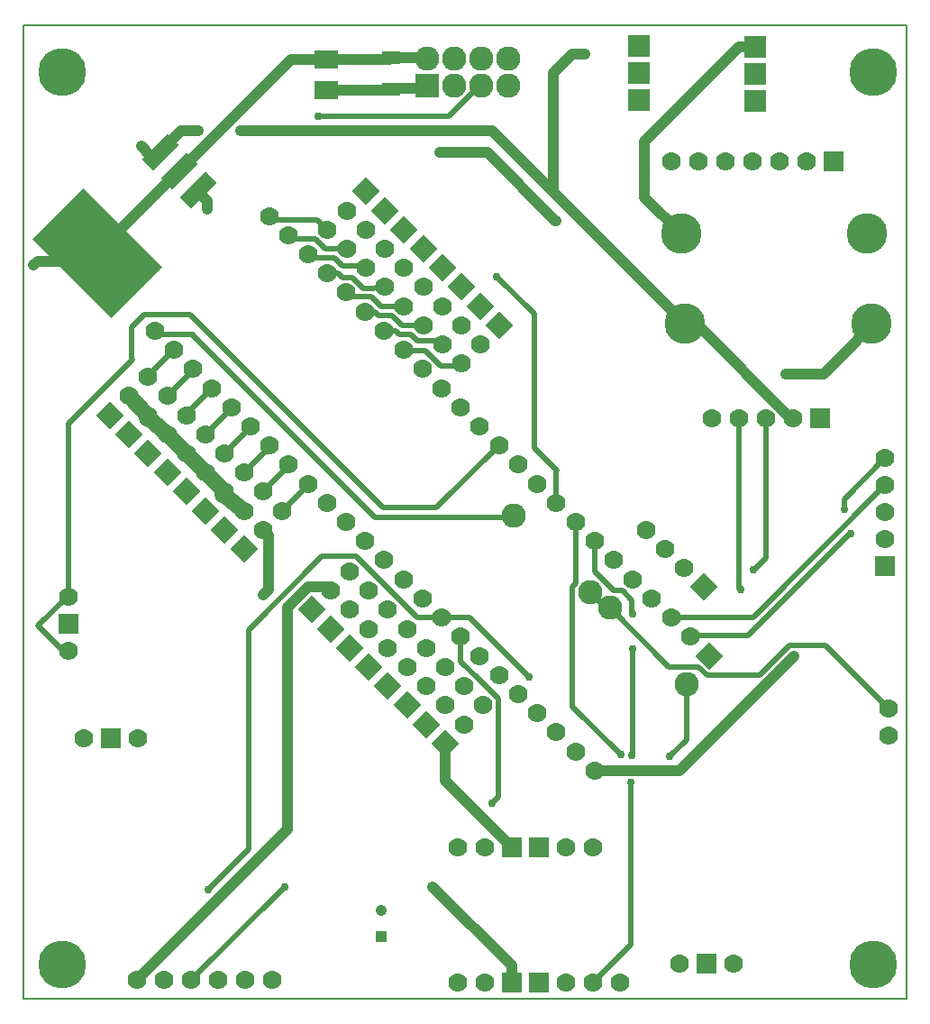
<source format=gbr>
G04 PROTEUS GERBER X2 FILE*
%TF.GenerationSoftware,Labcenter,Proteus,8.15-SP1-Build34318*%
%TF.CreationDate,2023-08-09T10:16:53+00:00*%
%TF.FileFunction,Copper,L1,Top*%
%TF.FilePolarity,Positive*%
%TF.Part,Single*%
%TF.SameCoordinates,{0049c899-80f1-4e30-9ba5-08a3a9b55963}*%
%FSLAX45Y45*%
%MOMM*%
G01*
%TA.AperFunction,Conductor*%
%ADD10C,0.508000*%
%ADD11C,1.524000*%
%ADD12C,1.016000*%
%TA.AperFunction,ViaPad*%
%ADD13C,0.508000*%
%ADD14C,0.762000*%
%TA.AperFunction,ComponentPad*%
%ADD15R,2.286000X2.286000*%
%ADD16C,2.286000*%
%TA.AperFunction,OtherPad,Unknown*%
%ADD17C,4.500000*%
%TA.AperFunction,ComponentPad*%
%ADD18C,1.778000*%
%AMPPAD009*
4,1,4,
0.000000,-1.347040,
-1.347040,0.000000,
0.000000,1.347040,
1.347040,0.000000,
0.000000,-1.347040,
0*%
%ADD19PPAD009*%
%AMPPAD010*
4,1,4,
0.709440,1.733190,
1.733190,0.709440,
-0.709440,-1.733190,
-1.733190,-0.709440,
0.709440,1.733190,
0*%
%TA.AperFunction,SMDPad,CuDef*%
%ADD70PPAD010*%
%AMPPAD011*
4,1,4,
6.115550,-1.302140,
1.302140,-6.115550,
-6.115550,1.302140,
-1.302140,6.115550,
6.115550,-1.302140,
0*%
%ADD71PPAD011*%
%TA.AperFunction,ComponentPad*%
%ADD20R,2.032000X2.032000*%
%ADD21R,1.905000X1.905000*%
%TA.AperFunction,ComponentPad*%
%ADD22C,3.810000*%
%TA.AperFunction,SMDPad,CuDef*%
%ADD23R,2.260600X1.803400*%
%ADD24R,1.803400X1.143000*%
%TA.AperFunction,WasherPad*%
%ADD25R,1.050000X1.050000*%
%TA.AperFunction,ComponentPad*%
%ADD26C,1.050000*%
%TA.AperFunction,Profile*%
%ADD27C,0.203200*%
%TD.AperFunction*%
D10*
X+1694428Y+7286494D02*
X+1727613Y+7253309D01*
X+2144237Y+7253309D01*
X+2239011Y+7158535D01*
X+1874034Y+7106889D02*
X+1911489Y+7069434D01*
X+2125366Y+7069434D01*
X+2215870Y+6978930D01*
X+2418616Y+6978930D01*
X+2053639Y+6927284D02*
X+2091058Y+6889865D01*
X+2304935Y+6889865D01*
X+2379980Y+6814820D01*
X+2498052Y+6814820D01*
X+2598221Y+6799325D01*
X+2233244Y+6747678D02*
X+2340295Y+6747678D01*
X+2377701Y+6710272D01*
X+2471692Y+6710272D01*
X+2575043Y+6606921D01*
X+2652102Y+6606921D01*
X+2777826Y+6619720D01*
X+2412849Y+6568073D02*
X+2450234Y+6530688D01*
X+2651305Y+6530688D01*
X+2741878Y+6440115D01*
X+2957431Y+6440115D01*
X+2592454Y+6388468D02*
X+2684412Y+6388468D01*
X+2721655Y+6351225D01*
X+2845233Y+6351225D01*
X+2935948Y+6260510D01*
X+3137036Y+6260510D01*
X+2772059Y+6208863D02*
X+2879062Y+6208863D01*
X+2916496Y+6171429D01*
X+3025053Y+6171429D01*
X+3078200Y+6118282D01*
X+3277178Y+6118282D01*
X+3322320Y+6073140D01*
X+3316641Y+6080904D01*
X+2951664Y+6029258D02*
X+2961122Y+6019800D01*
X+3162300Y+6019800D01*
X+3303201Y+5878899D01*
X+3326155Y+5878899D01*
X+3473847Y+5878899D01*
X+3496247Y+5901299D01*
X+796403Y+6029258D02*
X+554164Y+5787019D01*
X+554164Y+5774632D01*
X+733769Y+5595027D02*
X+988362Y+5849620D01*
X+998220Y+5849620D01*
X+976008Y+5849653D01*
X+1155613Y+5670048D02*
X+913374Y+5427809D01*
X+913374Y+5415422D01*
X+1092979Y+5235817D02*
X+1326616Y+5469454D01*
X+1326616Y+5505763D01*
X+1335218Y+5490443D01*
X+1272584Y+5056212D02*
X+1514823Y+5298451D01*
X+1514823Y+5310837D01*
X+1452189Y+4876607D02*
X+1700588Y+5125006D01*
X+1700588Y+5144340D01*
X+1694428Y+5131232D01*
X+1631794Y+4697002D02*
X+1874034Y+4939242D01*
X+1874034Y+4951627D01*
X+1811399Y+4517396D02*
X+2064123Y+4770120D01*
X+2067560Y+4770120D01*
X+2053639Y+4772022D01*
D11*
X+374558Y+5595027D02*
X+546100Y+5423485D01*
X+546100Y+5384800D01*
X+554164Y+5415422D01*
X+554164Y+5394516D01*
X+608045Y+5340635D01*
X+733769Y+5235817D01*
X+913374Y+5056212D01*
X+1092979Y+4876607D01*
X+1251320Y+4669973D02*
X+1271398Y+4669973D01*
X+1326465Y+4614906D01*
X+1452189Y+4517396D01*
X+1092979Y+4876607D02*
X+1251320Y+4718266D01*
X+1251320Y+4669973D01*
X+1272584Y+4697002D01*
D12*
X+2228304Y+8756278D02*
X+2819773Y+8756278D01*
X+2837467Y+8773972D01*
X+3162092Y+8773972D01*
X+3182147Y+8753917D01*
X+3175000Y+8763000D01*
X+2830376Y+8484915D02*
X+3168695Y+8484915D01*
X+3187700Y+8503920D01*
X+3175000Y+8509000D01*
X+2228304Y+8466278D02*
X+2811739Y+8466278D01*
X+2830376Y+8484915D01*
X+2837467Y+8473972D01*
X+488900Y+7940944D02*
X+570055Y+7859789D01*
X+642577Y+7859789D01*
X+664802Y+7884551D01*
X+1107440Y+7350760D02*
X+1107440Y+7429500D01*
X+1021080Y+7515860D01*
X+1024012Y+7525341D01*
X+73660Y+6934200D02*
X+161195Y+7021735D01*
X+161195Y+7031307D01*
X+814338Y+7684450D01*
X+824705Y+7684450D01*
X+844407Y+7704946D01*
X+1899921Y+8760460D01*
X+2115274Y+8760460D01*
X+2228304Y+8756278D01*
X-520788Y+6827593D02*
X-485510Y+6862871D01*
X+59286Y+6862871D01*
X+73660Y+6934200D01*
D10*
X+616798Y+6208863D02*
X+654194Y+6171467D01*
X+970699Y+6171467D01*
X+981663Y+6160503D01*
X+2682835Y+4459331D01*
X+2682836Y+4459331D01*
X+4007712Y+4459331D01*
X+4011632Y+4455411D01*
X+3990652Y+4469608D01*
X+3849690Y+5131232D02*
X+3264024Y+4545566D01*
X+2761230Y+4545566D01*
X+950305Y+6356491D01*
X+514491Y+6356491D01*
X+401320Y+6243320D01*
X+401320Y+5941060D01*
X+408940Y+5933440D01*
X-190518Y+5333982D01*
X-190518Y+3711108D01*
X-205572Y+3711108D01*
X-480060Y+3436620D01*
X-220980Y+3177540D01*
X-205740Y+3177540D01*
X-190518Y+3203108D01*
X+2150774Y+8226667D02*
X+3381868Y+8226667D01*
X+3655959Y+8500758D01*
X+3686155Y+8500758D01*
X+3683000Y+8509000D01*
X+4388505Y+4592417D02*
X+4388505Y+4887705D01*
X+4396344Y+4895544D01*
X+4182065Y+5109823D01*
X+4182065Y+6366759D01*
X+3837128Y+6711696D01*
X+3831901Y+6716923D01*
X+3829288Y+6716923D01*
D12*
X+664802Y+7884551D02*
X+867611Y+8087360D01*
X+1013460Y+8087360D01*
X+1025060Y+8087360D01*
X+1025140Y+8087440D01*
X+1426303Y+8085997D02*
X+3788503Y+8085997D01*
X+4361734Y+7512766D01*
X+5598160Y+6276340D01*
X+4653280Y+8806180D02*
X+4541479Y+8806180D01*
X+4361734Y+8626435D01*
X+4361734Y+7512766D01*
X+5598160Y+6276340D02*
X+5703440Y+6276340D01*
X+6605840Y+5373940D01*
X+6605840Y+5368685D01*
X+6609476Y+5386010D01*
X+5560060Y+7119620D02*
X+5219700Y+7459980D01*
X+5219700Y+7985760D01*
X+6106160Y+8872220D01*
X+6261100Y+8872220D01*
D10*
X+5466136Y+3514786D02*
X+6237666Y+3514786D01*
X+7480300Y+4757420D01*
X+6101475Y+5386010D02*
X+6101475Y+3788509D01*
X+6119383Y+3770601D01*
X+6119383Y+3773044D01*
X+6117799Y+3774628D01*
X+6355476Y+5386010D02*
X+6355476Y+4071140D01*
X+6246595Y+3962259D01*
X+6242472Y+3962259D01*
X+4129470Y+2956157D02*
X+3570841Y+3514786D01*
X+3310875Y+3514786D01*
D12*
X+6622155Y+3153038D02*
X+5547062Y+2077945D01*
X+4747716Y+2077945D01*
X+6545292Y+5799583D02*
X+6899326Y+5799583D01*
X+7185583Y+6085840D01*
X+7348160Y+6276340D01*
D10*
X+5645741Y+3335181D02*
X+5652959Y+3342399D01*
X+6186257Y+3342399D01*
X+7153179Y+4309321D01*
X+7155494Y+4307006D01*
X+7093434Y+4534194D02*
X+7093434Y+4624554D01*
X+7480300Y+5011420D01*
X+4709072Y+3751188D02*
X+4840086Y+3620174D01*
X+4884196Y+3620174D01*
X+4892022Y+3604776D01*
X+5445437Y+3051361D01*
X+5723025Y+3051361D01*
X+5804262Y+2970124D01*
X+6295634Y+2970124D01*
X+6580054Y+3254544D01*
X+6918156Y+3254544D01*
X+7513320Y+2659380D01*
X+4747716Y+4233207D02*
X+4747716Y+3945908D01*
X+4925536Y+3768088D01*
X+5010152Y+3768088D01*
X+5101188Y+3677052D01*
X+5101188Y+3550301D01*
X+5102447Y+3550301D01*
X+5102193Y+3222891D02*
X+5102193Y+2220217D01*
X+5098437Y+2216461D01*
X+5101278Y+2216461D01*
X+5089913Y+1963714D02*
X+5089913Y+443694D01*
X+4731986Y+85767D01*
X+5610442Y+2886356D02*
X+5610442Y+2368343D01*
X+5450096Y+2207997D01*
X+5451997Y+2207997D01*
D12*
X+3228123Y+986443D02*
X+3969986Y+244580D01*
X+3969986Y+85766D01*
D10*
X+4568110Y+4412812D02*
X+4568110Y+3837786D01*
X+4536440Y+3806116D01*
X+4536440Y+2681123D01*
X+4992865Y+2224698D01*
X+4994807Y+2224698D01*
D12*
X+3344423Y+2331314D02*
X+3344423Y+1981329D01*
X+3969986Y+1355766D01*
X+450937Y+109568D02*
X+1863830Y+1522461D01*
X+1863830Y+3607629D01*
X+2060981Y+3804780D01*
X+2273440Y+3804780D01*
X+2291080Y+3787140D01*
X+2266793Y+3768155D01*
D10*
X+3490480Y+3335181D02*
X+3490480Y+3104777D01*
X+3666188Y+2929069D01*
X+3666188Y+2929036D01*
X+3845819Y+2749405D01*
X+3845819Y+1828793D01*
X+3785580Y+1768554D01*
X+1833543Y+983624D02*
X+951599Y+101680D01*
X+951599Y+95800D01*
X+958937Y+109568D01*
X+3310875Y+3514786D02*
X+3082982Y+3514786D01*
X+2506761Y+4091007D01*
X+2186007Y+4091007D01*
X+1495464Y+3400464D01*
X+1495464Y+1336401D01*
X+1116228Y+957165D01*
D12*
X+3289806Y+7883004D02*
X+3741665Y+7883004D01*
X+4379932Y+7244737D01*
X+4381892Y+7244737D01*
X+1631794Y+4337791D02*
X+1686560Y+4283025D01*
X+1686560Y+3781808D01*
X+1632405Y+3727653D01*
D13*
X+488900Y+7940944D03*
X+1107440Y+7350760D03*
X-520788Y+6827593D03*
D14*
X+2150774Y+8226667D03*
X+3829288Y+6716923D03*
D13*
X+4653280Y+8806180D03*
X+1025140Y+8087440D03*
X+1426303Y+8085997D03*
D14*
X+6117799Y+3774628D03*
X+6242472Y+3962259D03*
X+4129470Y+2956157D03*
D13*
X+6622155Y+3153038D03*
D14*
X+6545292Y+5799583D03*
X+7155494Y+4307006D03*
X+7093434Y+4534194D03*
X+5102447Y+3550301D03*
X+5102193Y+3222891D03*
X+5101278Y+2216461D03*
X+5089913Y+1963714D03*
X+5451997Y+2207997D03*
D13*
X+3228123Y+986443D03*
D14*
X+4994807Y+2224698D03*
X+3785580Y+1768554D03*
X+1833543Y+983624D03*
X+1116228Y+957165D03*
D13*
X+3289806Y+7883004D03*
X+4381892Y+7244737D03*
X+1632405Y+3727653D03*
D15*
X+3175000Y+8509000D03*
D16*
X+3175000Y+8763000D03*
X+3429000Y+8509000D03*
X+3429000Y+8763000D03*
X+3683000Y+8509000D03*
X+3683000Y+8763000D03*
X+3937000Y+8509000D03*
X+3937000Y+8763000D03*
D17*
X+7366000Y+8636000D03*
X-254000Y+8636000D03*
X-254000Y+254000D03*
X+7366000Y+254000D03*
D18*
X+5466136Y+3514786D03*
X+5286531Y+3694391D03*
X+5106926Y+3873997D03*
X+4927321Y+4053602D03*
X+4747716Y+4233207D03*
X+4568110Y+4412812D03*
X+4388505Y+4592417D03*
X+4208900Y+4772022D03*
X+4029295Y+4951627D03*
X+3849690Y+5131232D03*
X+3670085Y+5310837D03*
X+3490480Y+5490443D03*
X+2412849Y+4412812D03*
X+2592454Y+4233207D03*
X+2772059Y+4053602D03*
X+2951664Y+3873997D03*
X+3131269Y+3694391D03*
X+3310875Y+3514786D03*
X+3490480Y+3335181D03*
X+3670085Y+3155576D03*
X+3849690Y+2975971D03*
X+4029295Y+2796366D03*
X+4208900Y+2616761D03*
X+3131269Y+5849653D03*
X+2951664Y+6029258D03*
X+2772059Y+6208863D03*
X+2592454Y+6388468D03*
X+2412849Y+6568073D03*
X+2233244Y+6747678D03*
X+2053639Y+6927284D03*
X+1874034Y+7106889D03*
X+1694428Y+7286494D03*
X+616798Y+6208863D03*
X+796403Y+6029258D03*
X+976008Y+5849653D03*
X+1155613Y+5670048D03*
X+1335218Y+5490443D03*
X+1514823Y+5310837D03*
X+1694428Y+5131232D03*
X+1874034Y+4951627D03*
X+2053639Y+4772022D03*
D19*
X+5825346Y+3155576D03*
D18*
X+5645741Y+3335181D03*
X+3310875Y+5670048D03*
X+2233244Y+4592417D03*
X+4388505Y+2437156D03*
X+4568110Y+2257550D03*
X+4747716Y+2077945D03*
D19*
X+3344423Y+2331314D03*
X+3164818Y+2510919D03*
X+2985213Y+2690524D03*
X+2805608Y+2870129D03*
X+2626003Y+3049734D03*
X+2446398Y+3229339D03*
X+2266793Y+3408945D03*
X+2087188Y+3588550D03*
D18*
X+3524029Y+2510919D03*
X+3344423Y+2690524D03*
X+3164818Y+2870129D03*
X+2985213Y+3049734D03*
X+2805608Y+3229339D03*
X+2626003Y+3408945D03*
X+2446398Y+3588550D03*
X+2266793Y+3768155D03*
X+3703634Y+2690524D03*
X+3524029Y+2870129D03*
X+3344423Y+3049734D03*
X+3164818Y+3229339D03*
X+2985213Y+3408945D03*
X+2805608Y+3588550D03*
X+2626003Y+3768155D03*
X+2446398Y+3947760D03*
D19*
X+1452189Y+4158186D03*
X+1272584Y+4337791D03*
X+1092979Y+4517396D03*
X+913374Y+4697002D03*
X+733769Y+4876607D03*
X+554164Y+5056212D03*
X+374558Y+5235817D03*
X+194953Y+5415422D03*
D18*
X+1631794Y+4337791D03*
X+1452189Y+4517396D03*
X+1272584Y+4697002D03*
X+1092979Y+4876607D03*
X+913374Y+5056212D03*
X+733769Y+5235817D03*
X+554164Y+5415422D03*
X+374558Y+5595027D03*
X+1811399Y+4517396D03*
X+1631794Y+4697002D03*
X+1452189Y+4876607D03*
X+1272584Y+5056212D03*
X+1092979Y+5235817D03*
X+913374Y+5415422D03*
X+733769Y+5595027D03*
X+554164Y+5774632D03*
D19*
X+2598221Y+7517745D03*
X+2777826Y+7338140D03*
X+2957431Y+7158535D03*
X+3137036Y+6978930D03*
X+3316641Y+6799325D03*
X+3496247Y+6619720D03*
X+3675852Y+6440115D03*
X+3855457Y+6260510D03*
D18*
X+2418616Y+7338140D03*
X+2598221Y+7158535D03*
X+2777826Y+6978930D03*
X+2957431Y+6799325D03*
X+3137036Y+6619720D03*
X+3316641Y+6440115D03*
X+3496247Y+6260510D03*
X+3675852Y+6080904D03*
X+2239011Y+7158535D03*
X+2418616Y+6978930D03*
X+2598221Y+6799325D03*
X+2777826Y+6619720D03*
X+2957431Y+6440115D03*
X+3137036Y+6260510D03*
X+3316641Y+6080904D03*
X+3496247Y+5901299D03*
D70*
X+1024012Y+7525341D03*
X+844407Y+7704946D03*
X+664802Y+7884551D03*
D71*
X+73660Y+6934200D03*
D20*
X+5163820Y+8371840D03*
X+5163820Y+8625840D03*
X+5163820Y+8879840D03*
X+6261100Y+8364220D03*
X+6261100Y+8618220D03*
X+6261100Y+8872220D03*
D18*
X-190518Y+3203108D03*
D21*
X-190517Y+3457107D03*
D18*
X-190518Y+3711108D03*
D19*
X+5771950Y+3801310D03*
D18*
X+5592345Y+3980915D03*
X+5412740Y+4160520D03*
X+5233135Y+4340125D03*
X+5544098Y+267434D03*
D21*
X+5798098Y+267434D03*
D18*
X+6052097Y+267434D03*
X+3461986Y+1355766D03*
X+3715986Y+1355766D03*
D21*
X+3969986Y+1355766D03*
X+4223986Y+1355766D03*
D18*
X+4477986Y+1355766D03*
X+4731986Y+1355766D03*
X+4985986Y+85766D03*
X+4731986Y+85767D03*
X+4477985Y+85766D03*
D21*
X+4223985Y+85766D03*
X+3969986Y+85766D03*
D18*
X+3715986Y+85766D03*
X+3461986Y+85766D03*
X+450937Y+109568D03*
X+704937Y+109568D03*
X+958937Y+109568D03*
X+1212937Y+109568D03*
X+1466936Y+109568D03*
X+1720937Y+109568D03*
D21*
X+6863476Y+5386010D03*
D18*
X+6609476Y+5386010D03*
X+6355476Y+5386010D03*
X+6101475Y+5386010D03*
X+5847475Y+5386010D03*
X+5466476Y+7799010D03*
X+5720475Y+7799010D03*
X+5974475Y+7799010D03*
X+6228476Y+7799011D03*
X+6482476Y+7799011D03*
X+6736476Y+7799010D03*
D21*
X+6990476Y+7799010D03*
X+7480300Y+3995420D03*
D18*
X+7480300Y+4249420D03*
X+7480300Y+4503420D03*
X+7480300Y+4757420D03*
X+7480300Y+5011420D03*
X+7513320Y+2405380D03*
X+7513320Y+2659380D03*
D16*
X+3990652Y+4469608D03*
X+4709072Y+3751188D03*
X+5610442Y+2886356D03*
X+4892022Y+3604776D03*
D22*
X+5560060Y+7119620D03*
X+7310060Y+7119620D03*
X+5598160Y+6276340D03*
X+7348160Y+6276340D03*
D23*
X+2228304Y+8756278D03*
X+2228304Y+8466278D03*
D24*
X+2837467Y+8473972D03*
X+2837467Y+8773972D03*
D25*
X+2740660Y+517620D03*
D26*
X+2740660Y+767620D03*
D18*
X-53340Y+2382520D03*
D21*
X+200660Y+2382520D03*
D18*
X+454660Y+2382520D03*
D27*
X-619760Y-63500D02*
X+7683500Y-63500D01*
X+7683500Y+9080500D01*
X-619760Y+9080500D01*
X-619760Y-63500D01*
M02*

</source>
